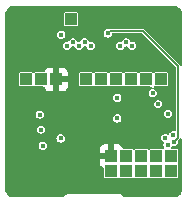
<source format=gbr>
%TF.GenerationSoftware,KiCad,Pcbnew,7.0.9-7.0.9~ubuntu22.04.1*%
%TF.CreationDate,2023-12-31T12:33:58+00:00*%
%TF.ProjectId,COM_MOD,434f4d5f-4d4f-4442-9e6b-696361645f70,1.0*%
%TF.SameCoordinates,Original*%
%TF.FileFunction,Copper,L3,Inr*%
%TF.FilePolarity,Positive*%
%FSLAX46Y46*%
G04 Gerber Fmt 4.6, Leading zero omitted, Abs format (unit mm)*
G04 Created by KiCad (PCBNEW 7.0.9-7.0.9~ubuntu22.04.1) date 2023-12-31 12:33:58*
%MOMM*%
%LPD*%
G01*
G04 APERTURE LIST*
%TA.AperFunction,ComponentPad*%
%ADD10R,1.000000X1.000000*%
%TD*%
%TA.AperFunction,ViaPad*%
%ADD11C,0.400000*%
%TD*%
%TA.AperFunction,Conductor*%
%ADD12C,0.127000*%
%TD*%
G04 APERTURE END LIST*
D10*
%TO.N,/I2C_SDA*%
%TO.C,J17*%
X36575000Y-37770000D03*
%TD*%
%TO.N,/MISO*%
%TO.C,J5*%
X29365001Y-30000000D03*
%TD*%
%TO.N,/AUX3*%
%TO.C,J3*%
X28095001Y-24920000D03*
%TD*%
%TO.N,/AUX1*%
%TO.C,J19*%
X24285001Y-30000000D03*
%TD*%
%TO.N,GND*%
%TO.C,J23*%
X31495000Y-36500000D03*
%TD*%
%TO.N,/AUX2*%
%TO.C,J20*%
X35715001Y-30000000D03*
%TD*%
%TO.N,GND*%
%TO.C,J2*%
X26825001Y-30000000D03*
%TD*%
%TO.N,/SWDIO{slash}MISO_ARM*%
%TO.C,J12*%
X35305000Y-36500000D03*
%TD*%
%TO.N,/CSB*%
%TO.C,J8*%
X33175001Y-30000000D03*
%TD*%
%TO.N,+3.3V*%
%TO.C,J1*%
X25555001Y-30000000D03*
%TD*%
%TO.N,/SPICS_ARM*%
%TO.C,J15*%
X34035000Y-37770000D03*
%TD*%
%TO.N,/SCLK_ARM*%
%TO.C,J14*%
X32765000Y-36500000D03*
%TD*%
%TO.N,/AIN0*%
%TO.C,J18*%
X31495000Y-37770000D03*
%TD*%
%TO.N,/MOSI_ARM*%
%TO.C,J13*%
X34035001Y-36500000D03*
%TD*%
%TO.N,/SCLK*%
%TO.C,J7*%
X31905001Y-30000000D03*
%TD*%
%TO.N,/GPIO*%
%TO.C,J21*%
X32765000Y-37770000D03*
%TD*%
%TO.N,/i2C_SCL*%
%TO.C,J16*%
X35305000Y-37770000D03*
%TD*%
%TO.N,/IO1_out*%
%TO.C,J11*%
X36575000Y-36500000D03*
%TD*%
%TO.N,/MOSI*%
%TO.C,J6*%
X30635001Y-30000000D03*
%TD*%
%TO.N,/extRef*%
%TO.C,J9*%
X34445001Y-30000000D03*
%TD*%
D11*
%TO.N,GND*%
X30700000Y-34000000D03*
X31200000Y-33700000D03*
X23100000Y-31200000D03*
X27200000Y-33400000D03*
X25300000Y-38200000D03*
X33750000Y-33350000D03*
X35350000Y-24750000D03*
X36550000Y-26450000D03*
X29250000Y-34250000D03*
X27200000Y-32600000D03*
X30000000Y-33750000D03*
X30700000Y-33400000D03*
X35350000Y-26450000D03*
X25462500Y-31362500D03*
X30700000Y-32800000D03*
X27200000Y-34100000D03*
X34450000Y-34100000D03*
X34450000Y-33350000D03*
X24650000Y-26450000D03*
X35940001Y-25600000D03*
X23450000Y-26450000D03*
X36550000Y-24750000D03*
X33750000Y-34100000D03*
X24650000Y-24750000D03*
X24060001Y-25600000D03*
X27600000Y-38400000D03*
X23450000Y-24750000D03*
%TO.N,/addr_bus_0*%
X27750000Y-27150000D03*
%TO.N,/addr_bus_1*%
X28250000Y-26850000D03*
%TO.N,/addr_bus_2*%
X28750000Y-27150000D03*
%TO.N,/addr_bus_3*%
X29250000Y-26850000D03*
%TO.N,/addr_bus_4*%
X29750000Y-27150000D03*
%TO.N,/i2C_SCL*%
X33250000Y-27150000D03*
X36290000Y-32910000D03*
%TO.N,/I2C_SDA*%
X32750000Y-26850000D03*
%TO.N,/IO1_in*%
X35000000Y-31150000D03*
%TO.N,/IO2*%
X32250000Y-27150000D03*
%TO.N,/AUX3*%
X27250000Y-26200000D03*
%TO.N,/LED_IN*%
X35450001Y-32085000D03*
%TO.N,+3.3V*%
X32000000Y-31550000D03*
%TO.N,/addr_mod_0*%
X25440000Y-32970000D03*
X36730000Y-34730000D03*
%TO.N,/addr_mod_1*%
X25540000Y-34240000D03*
X36050000Y-34950000D03*
%TO.N,/addr_mod_2*%
X25700000Y-35600000D03*
X36260000Y-35530000D03*
%TO.N,/addr_mod_3*%
X27200000Y-35000000D03*
X32000000Y-33300000D03*
%TO.N,/IO1_out*%
X36800000Y-35290000D03*
X31200000Y-26100000D03*
%TD*%
D12*
%TO.N,/IO1_out*%
X34150000Y-25900000D02*
X31400000Y-25900000D01*
X37143500Y-34946500D02*
X37143500Y-28893500D01*
X36800000Y-35290000D02*
X37143500Y-34946500D01*
X31400000Y-25900000D02*
X31200000Y-26100000D01*
X37143500Y-28893500D02*
X34150000Y-25900000D01*
%TD*%
%TA.AperFunction,Conductor*%
%TO.N,GND*%
G36*
X36753033Y-23760798D02*
G01*
X36800080Y-23765431D01*
X36882119Y-23773511D01*
X36905947Y-23778250D01*
X37021314Y-23813246D01*
X37043763Y-23822546D01*
X37050325Y-23826053D01*
X37150075Y-23879371D01*
X37170286Y-23892876D01*
X37263465Y-23969346D01*
X37280653Y-23986534D01*
X37357123Y-24079713D01*
X37370628Y-24099924D01*
X37427452Y-24206233D01*
X37436754Y-24228689D01*
X37468928Y-24334752D01*
X37471747Y-24344043D01*
X37476489Y-24367886D01*
X37489201Y-24496965D01*
X37489500Y-24503045D01*
X37489500Y-28722348D01*
X37469815Y-28789387D01*
X37417011Y-28835142D01*
X37347853Y-28845086D01*
X37284297Y-28816061D01*
X37277818Y-28810029D01*
X37216149Y-28748359D01*
X37216142Y-28748353D01*
X34229715Y-25761926D01*
X34229713Y-25761925D01*
X34225207Y-25760718D01*
X34195304Y-25748331D01*
X34193481Y-25747279D01*
X34191264Y-25745999D01*
X34094303Y-25745999D01*
X34094295Y-25746000D01*
X31358735Y-25746000D01*
X31342970Y-25750224D01*
X31342445Y-25748266D01*
X31295855Y-25759563D01*
X31282376Y-25758177D01*
X31200003Y-25745131D01*
X31199998Y-25745131D01*
X31090341Y-25762498D01*
X30991414Y-25812904D01*
X30991407Y-25812909D01*
X30912909Y-25891407D01*
X30912904Y-25891414D01*
X30862498Y-25990341D01*
X30845131Y-26099997D01*
X30845131Y-26100002D01*
X30862498Y-26209658D01*
X30912904Y-26308585D01*
X30912909Y-26308592D01*
X30991407Y-26387090D01*
X30991410Y-26387092D01*
X30991413Y-26387095D01*
X31033590Y-26408585D01*
X31090341Y-26437501D01*
X31199998Y-26454869D01*
X31200000Y-26454869D01*
X31200002Y-26454869D01*
X31309658Y-26437501D01*
X31309659Y-26437500D01*
X31309661Y-26437500D01*
X31408587Y-26387095D01*
X31487095Y-26308587D01*
X31537500Y-26209661D01*
X31540763Y-26189056D01*
X31545588Y-26158601D01*
X31575518Y-26095467D01*
X31634829Y-26058536D01*
X31668061Y-26054000D01*
X34034849Y-26054000D01*
X34101888Y-26073685D01*
X34122530Y-26090319D01*
X36953181Y-28920970D01*
X36986666Y-28982293D01*
X36989500Y-29008651D01*
X36989500Y-34271046D01*
X36969815Y-34338085D01*
X36917011Y-34383840D01*
X36847853Y-34393784D01*
X36846103Y-34393519D01*
X36730003Y-34375131D01*
X36729998Y-34375131D01*
X36620341Y-34392498D01*
X36521414Y-34442904D01*
X36521407Y-34442909D01*
X36442909Y-34521407D01*
X36442906Y-34521412D01*
X36442905Y-34521413D01*
X36414327Y-34577501D01*
X36403976Y-34597816D01*
X36356001Y-34648612D01*
X36288180Y-34665407D01*
X36237197Y-34652006D01*
X36159658Y-34612498D01*
X36050002Y-34595131D01*
X36049998Y-34595131D01*
X35940341Y-34612498D01*
X35841414Y-34662904D01*
X35841407Y-34662909D01*
X35762909Y-34741407D01*
X35762904Y-34741414D01*
X35712498Y-34840341D01*
X35695131Y-34949997D01*
X35695131Y-34950002D01*
X35712498Y-35059658D01*
X35762904Y-35158585D01*
X35762909Y-35158592D01*
X35841407Y-35237090D01*
X35841410Y-35237092D01*
X35841413Y-35237095D01*
X35857185Y-35245131D01*
X35869427Y-35251369D01*
X35920222Y-35299343D01*
X35937017Y-35367164D01*
X35925482Y-35411052D01*
X35925514Y-35411063D01*
X35925337Y-35411604D01*
X35923621Y-35418138D01*
X35922499Y-35420339D01*
X35922499Y-35420340D01*
X35905131Y-35529997D01*
X35905131Y-35530002D01*
X35922498Y-35639658D01*
X35971679Y-35736181D01*
X35984575Y-35804850D01*
X35958298Y-35869590D01*
X35901192Y-35909847D01*
X35837004Y-35914093D01*
X35815657Y-35909847D01*
X35813913Y-35909500D01*
X35813912Y-35909500D01*
X34796091Y-35909500D01*
X34769688Y-35914751D01*
X34738889Y-35935330D01*
X34672211Y-35956206D01*
X34604831Y-35937720D01*
X34601111Y-35935329D01*
X34570312Y-35914750D01*
X34543916Y-35909500D01*
X33526092Y-35909500D01*
X33499688Y-35914751D01*
X33499683Y-35914753D01*
X33468887Y-35935330D01*
X33402209Y-35956206D01*
X33334830Y-35937719D01*
X33331112Y-35935330D01*
X33300310Y-35914750D01*
X33300311Y-35914750D01*
X33273915Y-35909500D01*
X32580988Y-35909500D01*
X32513949Y-35889815D01*
X32468194Y-35837011D01*
X32464806Y-35828834D01*
X32438353Y-35757911D01*
X32438350Y-35757906D01*
X32352190Y-35642812D01*
X32352187Y-35642809D01*
X32237093Y-35556649D01*
X32237086Y-35556645D01*
X32102379Y-35506403D01*
X32102372Y-35506401D01*
X32042844Y-35500000D01*
X31745000Y-35500000D01*
X31745000Y-36292327D01*
X31707129Y-36247195D01*
X31607871Y-36189888D01*
X31523436Y-36175000D01*
X31466564Y-36175000D01*
X31382129Y-36189888D01*
X31282871Y-36247195D01*
X31209199Y-36334993D01*
X31170000Y-36442694D01*
X31170000Y-36557306D01*
X31209199Y-36665007D01*
X31280517Y-36750000D01*
X30495000Y-36750000D01*
X30495000Y-37047844D01*
X30501401Y-37107372D01*
X30501403Y-37107379D01*
X30551645Y-37242086D01*
X30551649Y-37242093D01*
X30637809Y-37357187D01*
X30637812Y-37357190D01*
X30752906Y-37443350D01*
X30752915Y-37443355D01*
X30823832Y-37469805D01*
X30879766Y-37511675D01*
X30904184Y-37577140D01*
X30904500Y-37585987D01*
X30904500Y-38278908D01*
X30909751Y-38305312D01*
X30909752Y-38305314D01*
X30929752Y-38335247D01*
X30959688Y-38355249D01*
X30968407Y-38356983D01*
X30986087Y-38360500D01*
X32003912Y-38360499D01*
X32030311Y-38355249D01*
X32060247Y-38335247D01*
X32060247Y-38335246D01*
X32061110Y-38334670D01*
X32127787Y-38313793D01*
X32195167Y-38332278D01*
X32198890Y-38334670D01*
X32199752Y-38335246D01*
X32199753Y-38335247D01*
X32229689Y-38355249D01*
X32256087Y-38360500D01*
X33273912Y-38360499D01*
X33300311Y-38355249D01*
X33330247Y-38335247D01*
X33330247Y-38335246D01*
X33331110Y-38334670D01*
X33397787Y-38313793D01*
X33465167Y-38332278D01*
X33468890Y-38334670D01*
X33469752Y-38335246D01*
X33469753Y-38335247D01*
X33499689Y-38355249D01*
X33526087Y-38360500D01*
X34543912Y-38360499D01*
X34570311Y-38355249D01*
X34600247Y-38335247D01*
X34600247Y-38335246D01*
X34601110Y-38334670D01*
X34667787Y-38313793D01*
X34735167Y-38332278D01*
X34738890Y-38334670D01*
X34739752Y-38335246D01*
X34739753Y-38335247D01*
X34769689Y-38355249D01*
X34796087Y-38360500D01*
X35813912Y-38360499D01*
X35840311Y-38355249D01*
X35870247Y-38335247D01*
X35870247Y-38335246D01*
X35871110Y-38334670D01*
X35937787Y-38313793D01*
X36005167Y-38332278D01*
X36008890Y-38334670D01*
X36009752Y-38335246D01*
X36009753Y-38335247D01*
X36039689Y-38355249D01*
X36066087Y-38360500D01*
X37083912Y-38360499D01*
X37110311Y-38355249D01*
X37140247Y-38335247D01*
X37160249Y-38305311D01*
X37165500Y-38278913D01*
X37165499Y-37261088D01*
X37160249Y-37234689D01*
X37160248Y-37234687D01*
X37160247Y-37234685D01*
X37139670Y-37203888D01*
X37118793Y-37137210D01*
X37137279Y-37069830D01*
X37139671Y-37066108D01*
X37140245Y-37065247D01*
X37140247Y-37065247D01*
X37160249Y-37035311D01*
X37165500Y-37008913D01*
X37165499Y-35991088D01*
X37160249Y-35964689D01*
X37160248Y-35964687D01*
X37160247Y-35964685D01*
X37140247Y-35934752D01*
X37110311Y-35914750D01*
X37083915Y-35909500D01*
X36662359Y-35909500D01*
X36595320Y-35889815D01*
X36549565Y-35837011D01*
X36539621Y-35767853D01*
X36551871Y-35729211D01*
X36569267Y-35695069D01*
X36617239Y-35644277D01*
X36685060Y-35627482D01*
X36699142Y-35628894D01*
X36767100Y-35639658D01*
X36799999Y-35644869D01*
X36800000Y-35644869D01*
X36800002Y-35644869D01*
X36909658Y-35627501D01*
X36909659Y-35627500D01*
X36909661Y-35627500D01*
X37008587Y-35577095D01*
X37087095Y-35498587D01*
X37137500Y-35399661D01*
X37137500Y-35399659D01*
X37137501Y-35399658D01*
X37154869Y-35290002D01*
X37154869Y-35290000D01*
X37146489Y-35237095D01*
X37146009Y-35234063D01*
X37154963Y-35164772D01*
X37180798Y-35126988D01*
X37205774Y-35102013D01*
X37205777Y-35102011D01*
X37223215Y-35084573D01*
X37223216Y-35084573D01*
X37277819Y-35029970D01*
X37339142Y-34996485D01*
X37408834Y-35001469D01*
X37464767Y-35043341D01*
X37489184Y-35108805D01*
X37489500Y-35117651D01*
X37489500Y-39246951D01*
X37489201Y-39253032D01*
X37476488Y-39382113D01*
X37471745Y-39405955D01*
X37436752Y-39521310D01*
X37427450Y-39543767D01*
X37370629Y-39650071D01*
X37357124Y-39670283D01*
X37280652Y-39763464D01*
X37263464Y-39780652D01*
X37170283Y-39857124D01*
X37150071Y-39870629D01*
X37043767Y-39927450D01*
X37021310Y-39936752D01*
X36905955Y-39971745D01*
X36882113Y-39976488D01*
X36753033Y-39989201D01*
X36746952Y-39989500D01*
X32610585Y-39989500D01*
X32543546Y-39969815D01*
X32497791Y-39917011D01*
X32492654Y-39903818D01*
X32485000Y-39880261D01*
X32456271Y-39840719D01*
X32436497Y-39813502D01*
X32369739Y-39765000D01*
X32291260Y-39739500D01*
X32291259Y-39739500D01*
X32252088Y-39739500D01*
X27753412Y-39739500D01*
X27750000Y-39739500D01*
X27708741Y-39739500D01*
X27708739Y-39739500D01*
X27630260Y-39765000D01*
X27563502Y-39813502D01*
X27515000Y-39880260D01*
X27507346Y-39903818D01*
X27467909Y-39961493D01*
X27403550Y-39988692D01*
X27389415Y-39989500D01*
X23253048Y-39989500D01*
X23246967Y-39989201D01*
X23117886Y-39976488D01*
X23094044Y-39971745D01*
X22978689Y-39936752D01*
X22956232Y-39927450D01*
X22849928Y-39870629D01*
X22829716Y-39857124D01*
X22736535Y-39780652D01*
X22719347Y-39763464D01*
X22642875Y-39670283D01*
X22629370Y-39650071D01*
X22572549Y-39543767D01*
X22563247Y-39521310D01*
X22528254Y-39405955D01*
X22523512Y-39382118D01*
X22510800Y-39253041D01*
X22510501Y-39246961D01*
X22510501Y-36250000D01*
X30495000Y-36250000D01*
X31245000Y-36250000D01*
X31245000Y-35500000D01*
X30947155Y-35500000D01*
X30887627Y-35506401D01*
X30887620Y-35506403D01*
X30752913Y-35556645D01*
X30752906Y-35556649D01*
X30637812Y-35642809D01*
X30637809Y-35642812D01*
X30551649Y-35757906D01*
X30551645Y-35757913D01*
X30501403Y-35892620D01*
X30501401Y-35892627D01*
X30495000Y-35952155D01*
X30495000Y-36250000D01*
X22510501Y-36250000D01*
X22510501Y-35600002D01*
X25345131Y-35600002D01*
X25362498Y-35709658D01*
X25412904Y-35808585D01*
X25412909Y-35808592D01*
X25491407Y-35887090D01*
X25491410Y-35887092D01*
X25491413Y-35887095D01*
X25584946Y-35934752D01*
X25590341Y-35937501D01*
X25699998Y-35954869D01*
X25700000Y-35954869D01*
X25700002Y-35954869D01*
X25809658Y-35937501D01*
X25809659Y-35937500D01*
X25809661Y-35937500D01*
X25908587Y-35887095D01*
X25987095Y-35808587D01*
X26037500Y-35709661D01*
X26037500Y-35709659D01*
X26037501Y-35709658D01*
X26054869Y-35600002D01*
X26054869Y-35599997D01*
X26037501Y-35490341D01*
X26000712Y-35418138D01*
X25987095Y-35391413D01*
X25987092Y-35391410D01*
X25987090Y-35391407D01*
X25908592Y-35312909D01*
X25908588Y-35312906D01*
X25908587Y-35312905D01*
X25863637Y-35290002D01*
X25809658Y-35262498D01*
X25700002Y-35245131D01*
X25699998Y-35245131D01*
X25590341Y-35262498D01*
X25491414Y-35312904D01*
X25491407Y-35312909D01*
X25412909Y-35391407D01*
X25412904Y-35391414D01*
X25362498Y-35490341D01*
X25345131Y-35599997D01*
X25345131Y-35600002D01*
X22510501Y-35600002D01*
X22510501Y-35000002D01*
X26845131Y-35000002D01*
X26862498Y-35109658D01*
X26912904Y-35208585D01*
X26912909Y-35208592D01*
X26991407Y-35287090D01*
X26991410Y-35287092D01*
X26991413Y-35287095D01*
X27090339Y-35337500D01*
X27090341Y-35337501D01*
X27199998Y-35354869D01*
X27200000Y-35354869D01*
X27200002Y-35354869D01*
X27309658Y-35337501D01*
X27309659Y-35337500D01*
X27309661Y-35337500D01*
X27408587Y-35287095D01*
X27487095Y-35208587D01*
X27537500Y-35109661D01*
X27537500Y-35109659D01*
X27537501Y-35109658D01*
X27554869Y-35000002D01*
X27554869Y-34999997D01*
X27537501Y-34890341D01*
X27511678Y-34839661D01*
X27487095Y-34791413D01*
X27487092Y-34791410D01*
X27487090Y-34791407D01*
X27408592Y-34712909D01*
X27408588Y-34712906D01*
X27408587Y-34712905D01*
X27404743Y-34710946D01*
X27309658Y-34662498D01*
X27200002Y-34645131D01*
X27199998Y-34645131D01*
X27090341Y-34662498D01*
X26991414Y-34712904D01*
X26991407Y-34712909D01*
X26912909Y-34791407D01*
X26912904Y-34791414D01*
X26862498Y-34890341D01*
X26845131Y-34999997D01*
X26845131Y-35000002D01*
X22510501Y-35000002D01*
X22510501Y-34240002D01*
X25185131Y-34240002D01*
X25202498Y-34349658D01*
X25252904Y-34448585D01*
X25252909Y-34448592D01*
X25331407Y-34527090D01*
X25331410Y-34527092D01*
X25331413Y-34527095D01*
X25430339Y-34577500D01*
X25430341Y-34577501D01*
X25539998Y-34594869D01*
X25540000Y-34594869D01*
X25540002Y-34594869D01*
X25649658Y-34577501D01*
X25649659Y-34577500D01*
X25649661Y-34577500D01*
X25748587Y-34527095D01*
X25827095Y-34448587D01*
X25877500Y-34349661D01*
X25877500Y-34349659D01*
X25877501Y-34349658D01*
X25894869Y-34240002D01*
X25894869Y-34239997D01*
X25877501Y-34130341D01*
X25877500Y-34130339D01*
X25827095Y-34031413D01*
X25827092Y-34031410D01*
X25827090Y-34031407D01*
X25748592Y-33952909D01*
X25748588Y-33952906D01*
X25748587Y-33952905D01*
X25744743Y-33950946D01*
X25649658Y-33902498D01*
X25540002Y-33885131D01*
X25539998Y-33885131D01*
X25430341Y-33902498D01*
X25331414Y-33952904D01*
X25331407Y-33952909D01*
X25252909Y-34031407D01*
X25252904Y-34031414D01*
X25202498Y-34130341D01*
X25185131Y-34239997D01*
X25185131Y-34240002D01*
X22510501Y-34240002D01*
X22510501Y-32970002D01*
X25085131Y-32970002D01*
X25102498Y-33079658D01*
X25152904Y-33178585D01*
X25152909Y-33178592D01*
X25231407Y-33257090D01*
X25231410Y-33257092D01*
X25231413Y-33257095D01*
X25315623Y-33300002D01*
X25330341Y-33307501D01*
X25439998Y-33324869D01*
X25440000Y-33324869D01*
X25440002Y-33324869D01*
X25549658Y-33307501D01*
X25549659Y-33307500D01*
X25549661Y-33307500D01*
X25564377Y-33300002D01*
X31645131Y-33300002D01*
X31662498Y-33409658D01*
X31712904Y-33508585D01*
X31712909Y-33508592D01*
X31791407Y-33587090D01*
X31791410Y-33587092D01*
X31791413Y-33587095D01*
X31890339Y-33637500D01*
X31890341Y-33637501D01*
X31999998Y-33654869D01*
X32000000Y-33654869D01*
X32000002Y-33654869D01*
X32109658Y-33637501D01*
X32109659Y-33637500D01*
X32109661Y-33637500D01*
X32208587Y-33587095D01*
X32287095Y-33508587D01*
X32337500Y-33409661D01*
X32337500Y-33409659D01*
X32337501Y-33409658D01*
X32354869Y-33300002D01*
X32354869Y-33299997D01*
X32337501Y-33190341D01*
X32300943Y-33118592D01*
X32287095Y-33091413D01*
X32287092Y-33091410D01*
X32287090Y-33091407D01*
X32208592Y-33012909D01*
X32208588Y-33012906D01*
X32208587Y-33012905D01*
X32124381Y-32970000D01*
X32109658Y-32962498D01*
X32000002Y-32945131D01*
X31999998Y-32945131D01*
X31890341Y-32962498D01*
X31791414Y-33012904D01*
X31791407Y-33012909D01*
X31712909Y-33091407D01*
X31712904Y-33091414D01*
X31662498Y-33190341D01*
X31645131Y-33299997D01*
X31645131Y-33300002D01*
X25564377Y-33300002D01*
X25648587Y-33257095D01*
X25727095Y-33178587D01*
X25777500Y-33079661D01*
X25777500Y-33079659D01*
X25777501Y-33079658D01*
X25794869Y-32970002D01*
X25794869Y-32969997D01*
X25785367Y-32910002D01*
X35935131Y-32910002D01*
X35952498Y-33019658D01*
X36002904Y-33118585D01*
X36002909Y-33118592D01*
X36081407Y-33197090D01*
X36081410Y-33197092D01*
X36081413Y-33197095D01*
X36180339Y-33247500D01*
X36180341Y-33247501D01*
X36289998Y-33264869D01*
X36290000Y-33264869D01*
X36290002Y-33264869D01*
X36399658Y-33247501D01*
X36399659Y-33247500D01*
X36399661Y-33247500D01*
X36498587Y-33197095D01*
X36577095Y-33118587D01*
X36627500Y-33019661D01*
X36627500Y-33019659D01*
X36627501Y-33019658D01*
X36644869Y-32910002D01*
X36644869Y-32909997D01*
X36627501Y-32800341D01*
X36607663Y-32761407D01*
X36577095Y-32701413D01*
X36577092Y-32701410D01*
X36577090Y-32701407D01*
X36498592Y-32622909D01*
X36498588Y-32622906D01*
X36498587Y-32622905D01*
X36483330Y-32615131D01*
X36399658Y-32572498D01*
X36290002Y-32555131D01*
X36289998Y-32555131D01*
X36180341Y-32572498D01*
X36081414Y-32622904D01*
X36081407Y-32622909D01*
X36002909Y-32701407D01*
X36002904Y-32701414D01*
X35952498Y-32800341D01*
X35935131Y-32909997D01*
X35935131Y-32910002D01*
X25785367Y-32910002D01*
X25777501Y-32860341D01*
X25777500Y-32860339D01*
X25727095Y-32761413D01*
X25727092Y-32761410D01*
X25727090Y-32761407D01*
X25648592Y-32682909D01*
X25648588Y-32682906D01*
X25648587Y-32682905D01*
X25644743Y-32680946D01*
X25549658Y-32632498D01*
X25440002Y-32615131D01*
X25439998Y-32615131D01*
X25330341Y-32632498D01*
X25231414Y-32682904D01*
X25231407Y-32682909D01*
X25152909Y-32761407D01*
X25152904Y-32761414D01*
X25102498Y-32860341D01*
X25085131Y-32969997D01*
X25085131Y-32970002D01*
X22510501Y-32970002D01*
X22510501Y-32085002D01*
X35095132Y-32085002D01*
X35112499Y-32194658D01*
X35162905Y-32293585D01*
X35162910Y-32293592D01*
X35241408Y-32372090D01*
X35241411Y-32372092D01*
X35241414Y-32372095D01*
X35340340Y-32422500D01*
X35340342Y-32422501D01*
X35449999Y-32439869D01*
X35450001Y-32439869D01*
X35450003Y-32439869D01*
X35559659Y-32422501D01*
X35559660Y-32422500D01*
X35559662Y-32422500D01*
X35658588Y-32372095D01*
X35737096Y-32293587D01*
X35787501Y-32194661D01*
X35787501Y-32194659D01*
X35787502Y-32194658D01*
X35804870Y-32085002D01*
X35804870Y-32084997D01*
X35787502Y-31975341D01*
X35751595Y-31904869D01*
X35737096Y-31876413D01*
X35737093Y-31876410D01*
X35737091Y-31876407D01*
X35658593Y-31797909D01*
X35658589Y-31797906D01*
X35658588Y-31797905D01*
X35654744Y-31795946D01*
X35559659Y-31747498D01*
X35450003Y-31730131D01*
X35449999Y-31730131D01*
X35340342Y-31747498D01*
X35241415Y-31797904D01*
X35241408Y-31797909D01*
X35162910Y-31876407D01*
X35162905Y-31876414D01*
X35112499Y-31975341D01*
X35095132Y-32084997D01*
X35095132Y-32085002D01*
X22510501Y-32085002D01*
X22510501Y-31550002D01*
X31645131Y-31550002D01*
X31662498Y-31659658D01*
X31712904Y-31758585D01*
X31712909Y-31758592D01*
X31791407Y-31837090D01*
X31791410Y-31837092D01*
X31791413Y-31837095D01*
X31890339Y-31887500D01*
X31890341Y-31887501D01*
X31999998Y-31904869D01*
X32000000Y-31904869D01*
X32000002Y-31904869D01*
X32109658Y-31887501D01*
X32109659Y-31887500D01*
X32109661Y-31887500D01*
X32208587Y-31837095D01*
X32287095Y-31758587D01*
X32337500Y-31659661D01*
X32337500Y-31659659D01*
X32337501Y-31659658D01*
X32354869Y-31550002D01*
X32354869Y-31549997D01*
X32337501Y-31440341D01*
X32295848Y-31358592D01*
X32287095Y-31341413D01*
X32287092Y-31341410D01*
X32287090Y-31341407D01*
X32208592Y-31262909D01*
X32208588Y-31262906D01*
X32208587Y-31262905D01*
X32202214Y-31259658D01*
X32109658Y-31212498D01*
X32000002Y-31195131D01*
X31999998Y-31195131D01*
X31890341Y-31212498D01*
X31791414Y-31262904D01*
X31791407Y-31262909D01*
X31712909Y-31341407D01*
X31712904Y-31341414D01*
X31662498Y-31440341D01*
X31645131Y-31549997D01*
X31645131Y-31550002D01*
X22510501Y-31550002D01*
X22510501Y-30508908D01*
X23694501Y-30508908D01*
X23699752Y-30535312D01*
X23699753Y-30535314D01*
X23719753Y-30565247D01*
X23749689Y-30585249D01*
X23758408Y-30586983D01*
X23776088Y-30590500D01*
X24793913Y-30590499D01*
X24820312Y-30585249D01*
X24850248Y-30565247D01*
X24850248Y-30565246D01*
X24851111Y-30564670D01*
X24917788Y-30543793D01*
X24985168Y-30562278D01*
X24988891Y-30564670D01*
X24989753Y-30565246D01*
X24989754Y-30565247D01*
X25019690Y-30585249D01*
X25046088Y-30590500D01*
X25739014Y-30590499D01*
X25806052Y-30610183D01*
X25851807Y-30662987D01*
X25855195Y-30671166D01*
X25881646Y-30742086D01*
X25881650Y-30742093D01*
X25967810Y-30857187D01*
X25967813Y-30857190D01*
X26082907Y-30943350D01*
X26082914Y-30943354D01*
X26217621Y-30993596D01*
X26217628Y-30993598D01*
X26277156Y-30999999D01*
X26277173Y-31000000D01*
X26575001Y-31000000D01*
X26575001Y-30207672D01*
X26612872Y-30252805D01*
X26712130Y-30310112D01*
X26796565Y-30325000D01*
X26853437Y-30325000D01*
X26937872Y-30310112D01*
X27037130Y-30252805D01*
X27039484Y-30250000D01*
X27075001Y-30250000D01*
X27075001Y-31000000D01*
X27372829Y-31000000D01*
X27372845Y-30999999D01*
X27432373Y-30993598D01*
X27432380Y-30993596D01*
X27567087Y-30943354D01*
X27567094Y-30943350D01*
X27682188Y-30857190D01*
X27682191Y-30857187D01*
X27768351Y-30742093D01*
X27768355Y-30742086D01*
X27818597Y-30607379D01*
X27818599Y-30607372D01*
X27825000Y-30547844D01*
X27825001Y-30547827D01*
X27825001Y-30508908D01*
X28774501Y-30508908D01*
X28779752Y-30535312D01*
X28779753Y-30535314D01*
X28799753Y-30565247D01*
X28829689Y-30585249D01*
X28838408Y-30586983D01*
X28856088Y-30590500D01*
X29873913Y-30590499D01*
X29900312Y-30585249D01*
X29930248Y-30565247D01*
X29930248Y-30565246D01*
X29931111Y-30564670D01*
X29997788Y-30543793D01*
X30065168Y-30562278D01*
X30068891Y-30564670D01*
X30069753Y-30565246D01*
X30069754Y-30565247D01*
X30099690Y-30585249D01*
X30126088Y-30590500D01*
X31143913Y-30590499D01*
X31170312Y-30585249D01*
X31200248Y-30565247D01*
X31200248Y-30565246D01*
X31201111Y-30564670D01*
X31267788Y-30543793D01*
X31335168Y-30562278D01*
X31338891Y-30564670D01*
X31339753Y-30565246D01*
X31339754Y-30565247D01*
X31369690Y-30585249D01*
X31396088Y-30590500D01*
X32413913Y-30590499D01*
X32440312Y-30585249D01*
X32470248Y-30565247D01*
X32470248Y-30565246D01*
X32471111Y-30564670D01*
X32537788Y-30543793D01*
X32605168Y-30562278D01*
X32608891Y-30564670D01*
X32609753Y-30565246D01*
X32609754Y-30565247D01*
X32639690Y-30585249D01*
X32666088Y-30590500D01*
X33683913Y-30590499D01*
X33710312Y-30585249D01*
X33740248Y-30565247D01*
X33740248Y-30565246D01*
X33741111Y-30564670D01*
X33807788Y-30543793D01*
X33875168Y-30562278D01*
X33878891Y-30564670D01*
X33879753Y-30565246D01*
X33879754Y-30565247D01*
X33909690Y-30585249D01*
X33936088Y-30590500D01*
X34809543Y-30590499D01*
X34876582Y-30610183D01*
X34922337Y-30662987D01*
X34932281Y-30732146D01*
X34903256Y-30795702D01*
X34865838Y-30824983D01*
X34791413Y-30862905D01*
X34791412Y-30862906D01*
X34791407Y-30862909D01*
X34712909Y-30941407D01*
X34712904Y-30941414D01*
X34662498Y-31040341D01*
X34645131Y-31149997D01*
X34645131Y-31150002D01*
X34662498Y-31259658D01*
X34712904Y-31358585D01*
X34712909Y-31358592D01*
X34791407Y-31437090D01*
X34791410Y-31437092D01*
X34791413Y-31437095D01*
X34890339Y-31487500D01*
X34890341Y-31487501D01*
X34999998Y-31504869D01*
X35000000Y-31504869D01*
X35000002Y-31504869D01*
X35109658Y-31487501D01*
X35109659Y-31487500D01*
X35109661Y-31487500D01*
X35208587Y-31437095D01*
X35287095Y-31358587D01*
X35337500Y-31259661D01*
X35337500Y-31259659D01*
X35337501Y-31259658D01*
X35354869Y-31150002D01*
X35354869Y-31149997D01*
X35337501Y-31040341D01*
X35313683Y-30993596D01*
X35287095Y-30941413D01*
X35287092Y-30941410D01*
X35287090Y-30941407D01*
X35208592Y-30862909D01*
X35208588Y-30862906D01*
X35208587Y-30862905D01*
X35131875Y-30823819D01*
X35081081Y-30775845D01*
X35064286Y-30708025D01*
X35086823Y-30641890D01*
X35141538Y-30598438D01*
X35200331Y-30589933D01*
X35206080Y-30590498D01*
X35206088Y-30590500D01*
X36223913Y-30590499D01*
X36250312Y-30585249D01*
X36280248Y-30565247D01*
X36300250Y-30535311D01*
X36305501Y-30508913D01*
X36305500Y-29491088D01*
X36300250Y-29464689D01*
X36300249Y-29464687D01*
X36300248Y-29464685D01*
X36280248Y-29434752D01*
X36250312Y-29414750D01*
X36223916Y-29409500D01*
X35206092Y-29409500D01*
X35179688Y-29414751D01*
X35179683Y-29414753D01*
X35148887Y-29435330D01*
X35082209Y-29456206D01*
X35014830Y-29437719D01*
X35011111Y-29435329D01*
X34980312Y-29414750D01*
X34953916Y-29409500D01*
X33936092Y-29409500D01*
X33909688Y-29414751D01*
X33909683Y-29414753D01*
X33878887Y-29435330D01*
X33812209Y-29456206D01*
X33744830Y-29437719D01*
X33741111Y-29435329D01*
X33710312Y-29414750D01*
X33683916Y-29409500D01*
X32666092Y-29409500D01*
X32639688Y-29414751D01*
X32639683Y-29414753D01*
X32608887Y-29435330D01*
X32542209Y-29456206D01*
X32474830Y-29437719D01*
X32471111Y-29435329D01*
X32440312Y-29414750D01*
X32413916Y-29409500D01*
X31396092Y-29409500D01*
X31369688Y-29414751D01*
X31369683Y-29414753D01*
X31338887Y-29435330D01*
X31272209Y-29456206D01*
X31204830Y-29437719D01*
X31201111Y-29435329D01*
X31170312Y-29414750D01*
X31143916Y-29409500D01*
X30126092Y-29409500D01*
X30099688Y-29414751D01*
X30099683Y-29414753D01*
X30068887Y-29435330D01*
X30002209Y-29456206D01*
X29934830Y-29437719D01*
X29931111Y-29435329D01*
X29900312Y-29414750D01*
X29873916Y-29409500D01*
X28856092Y-29409500D01*
X28829688Y-29414751D01*
X28829686Y-29414752D01*
X28799753Y-29434752D01*
X28779751Y-29464688D01*
X28774501Y-29491084D01*
X28774501Y-30508908D01*
X27825001Y-30508908D01*
X27825001Y-30250000D01*
X27075001Y-30250000D01*
X27039484Y-30250000D01*
X27110802Y-30165007D01*
X27150001Y-30057306D01*
X27150001Y-29942694D01*
X27110802Y-29834993D01*
X27037130Y-29747195D01*
X26937872Y-29689888D01*
X26853437Y-29675000D01*
X26796565Y-29675000D01*
X26712130Y-29689888D01*
X26612872Y-29747195D01*
X26575001Y-29792327D01*
X26575001Y-29000000D01*
X27075001Y-29000000D01*
X27075001Y-29750000D01*
X27825001Y-29750000D01*
X27825001Y-29452172D01*
X27825000Y-29452155D01*
X27818599Y-29392627D01*
X27818597Y-29392620D01*
X27768355Y-29257913D01*
X27768351Y-29257906D01*
X27682191Y-29142812D01*
X27682188Y-29142809D01*
X27567094Y-29056649D01*
X27567087Y-29056645D01*
X27432380Y-29006403D01*
X27432373Y-29006401D01*
X27372845Y-29000000D01*
X27075001Y-29000000D01*
X26575001Y-29000000D01*
X26277156Y-29000000D01*
X26217628Y-29006401D01*
X26217621Y-29006403D01*
X26082914Y-29056645D01*
X26082907Y-29056649D01*
X25967813Y-29142809D01*
X25967810Y-29142812D01*
X25881650Y-29257906D01*
X25881647Y-29257911D01*
X25855195Y-29328834D01*
X25813323Y-29384767D01*
X25747859Y-29409184D01*
X25739013Y-29409500D01*
X25046092Y-29409500D01*
X25019688Y-29414751D01*
X25019683Y-29414753D01*
X24988887Y-29435330D01*
X24922209Y-29456206D01*
X24854830Y-29437719D01*
X24851111Y-29435329D01*
X24820312Y-29414750D01*
X24793916Y-29409500D01*
X23776092Y-29409500D01*
X23749688Y-29414751D01*
X23749686Y-29414752D01*
X23719753Y-29434752D01*
X23699751Y-29464688D01*
X23694501Y-29491084D01*
X23694501Y-30508908D01*
X22510501Y-30508908D01*
X22510501Y-27150002D01*
X27395131Y-27150002D01*
X27412498Y-27259658D01*
X27460946Y-27354743D01*
X27462904Y-27358586D01*
X27462909Y-27358592D01*
X27541407Y-27437090D01*
X27541410Y-27437092D01*
X27541413Y-27437095D01*
X27640339Y-27487500D01*
X27640341Y-27487501D01*
X27749998Y-27504869D01*
X27750000Y-27504869D01*
X27750002Y-27504869D01*
X27859658Y-27487501D01*
X27859659Y-27487500D01*
X27859661Y-27487500D01*
X27958587Y-27437095D01*
X28037095Y-27358587D01*
X28084568Y-27265414D01*
X28132539Y-27214621D01*
X28200360Y-27197825D01*
X28214444Y-27199237D01*
X28250000Y-27204869D01*
X28285550Y-27199238D01*
X28354842Y-27208192D01*
X28408294Y-27253187D01*
X28415427Y-27265406D01*
X28462905Y-27358587D01*
X28462906Y-27358588D01*
X28462909Y-27358592D01*
X28541407Y-27437090D01*
X28541410Y-27437092D01*
X28541413Y-27437095D01*
X28640339Y-27487500D01*
X28640341Y-27487501D01*
X28749998Y-27504869D01*
X28750000Y-27504869D01*
X28750002Y-27504869D01*
X28859658Y-27487501D01*
X28859659Y-27487500D01*
X28859661Y-27487500D01*
X28958587Y-27437095D01*
X29037095Y-27358587D01*
X29084568Y-27265414D01*
X29132539Y-27214621D01*
X29200360Y-27197825D01*
X29214444Y-27199237D01*
X29250000Y-27204869D01*
X29285550Y-27199238D01*
X29354842Y-27208192D01*
X29408294Y-27253187D01*
X29415427Y-27265406D01*
X29462905Y-27358587D01*
X29462906Y-27358588D01*
X29462909Y-27358592D01*
X29541407Y-27437090D01*
X29541410Y-27437092D01*
X29541413Y-27437095D01*
X29640339Y-27487500D01*
X29640341Y-27487501D01*
X29749998Y-27504869D01*
X29750000Y-27504869D01*
X29750002Y-27504869D01*
X29859658Y-27487501D01*
X29859659Y-27487500D01*
X29859661Y-27487500D01*
X29958587Y-27437095D01*
X30037095Y-27358587D01*
X30087500Y-27259661D01*
X30087500Y-27259659D01*
X30087501Y-27259658D01*
X30104869Y-27150002D01*
X31895131Y-27150002D01*
X31912498Y-27259658D01*
X31960946Y-27354743D01*
X31962904Y-27358586D01*
X31962909Y-27358592D01*
X32041407Y-27437090D01*
X32041410Y-27437092D01*
X32041413Y-27437095D01*
X32140339Y-27487500D01*
X32140341Y-27487501D01*
X32249998Y-27504869D01*
X32250000Y-27504869D01*
X32250002Y-27504869D01*
X32359658Y-27487501D01*
X32359659Y-27487500D01*
X32359661Y-27487500D01*
X32458587Y-27437095D01*
X32537095Y-27358587D01*
X32584568Y-27265414D01*
X32632539Y-27214621D01*
X32700360Y-27197825D01*
X32714444Y-27199237D01*
X32750000Y-27204869D01*
X32785550Y-27199238D01*
X32854842Y-27208192D01*
X32908294Y-27253187D01*
X32915427Y-27265406D01*
X32962905Y-27358587D01*
X32962906Y-27358588D01*
X32962909Y-27358592D01*
X33041407Y-27437090D01*
X33041410Y-27437092D01*
X33041413Y-27437095D01*
X33140339Y-27487500D01*
X33140341Y-27487501D01*
X33249998Y-27504869D01*
X33250000Y-27504869D01*
X33250002Y-27504869D01*
X33359658Y-27487501D01*
X33359659Y-27487500D01*
X33359661Y-27487500D01*
X33458587Y-27437095D01*
X33537095Y-27358587D01*
X33587500Y-27259661D01*
X33587500Y-27259659D01*
X33587501Y-27259658D01*
X33604869Y-27150002D01*
X33604869Y-27149997D01*
X33587501Y-27040341D01*
X33587500Y-27040339D01*
X33537095Y-26941413D01*
X33537092Y-26941410D01*
X33537090Y-26941407D01*
X33458592Y-26862909D01*
X33458588Y-26862906D01*
X33458587Y-26862905D01*
X33454743Y-26860946D01*
X33359658Y-26812498D01*
X33250002Y-26795131D01*
X33250000Y-26795131D01*
X33214448Y-26800762D01*
X33145154Y-26791806D01*
X33091703Y-26746809D01*
X33084567Y-26734583D01*
X33037095Y-26641413D01*
X33037092Y-26641410D01*
X33037090Y-26641407D01*
X32958592Y-26562909D01*
X32958588Y-26562906D01*
X32958587Y-26562905D01*
X32908727Y-26537500D01*
X32859658Y-26512498D01*
X32750002Y-26495131D01*
X32749998Y-26495131D01*
X32640341Y-26512498D01*
X32541414Y-26562904D01*
X32541407Y-26562909D01*
X32462909Y-26641407D01*
X32462906Y-26641412D01*
X32462905Y-26641413D01*
X32415433Y-26734583D01*
X32367458Y-26785379D01*
X32299637Y-26802174D01*
X32285551Y-26800761D01*
X32250003Y-26795131D01*
X32249998Y-26795131D01*
X32140341Y-26812498D01*
X32041414Y-26862904D01*
X32041407Y-26862909D01*
X31962909Y-26941407D01*
X31962904Y-26941414D01*
X31912498Y-27040341D01*
X31895131Y-27149997D01*
X31895131Y-27150002D01*
X30104869Y-27150002D01*
X30104869Y-27149997D01*
X30087501Y-27040341D01*
X30087500Y-27040339D01*
X30037095Y-26941413D01*
X30037092Y-26941410D01*
X30037090Y-26941407D01*
X29958592Y-26862909D01*
X29958588Y-26862906D01*
X29958587Y-26862905D01*
X29954743Y-26860946D01*
X29859658Y-26812498D01*
X29750002Y-26795131D01*
X29750000Y-26795131D01*
X29714448Y-26800762D01*
X29645154Y-26791806D01*
X29591703Y-26746809D01*
X29584567Y-26734583D01*
X29537095Y-26641413D01*
X29537092Y-26641410D01*
X29537090Y-26641407D01*
X29458592Y-26562909D01*
X29458588Y-26562906D01*
X29458587Y-26562905D01*
X29408727Y-26537500D01*
X29359658Y-26512498D01*
X29250002Y-26495131D01*
X29249998Y-26495131D01*
X29140341Y-26512498D01*
X29041414Y-26562904D01*
X29041407Y-26562909D01*
X28962909Y-26641407D01*
X28962906Y-26641412D01*
X28962905Y-26641413D01*
X28915433Y-26734583D01*
X28867458Y-26785379D01*
X28799637Y-26802174D01*
X28785551Y-26800761D01*
X28750003Y-26795131D01*
X28750001Y-26795131D01*
X28750000Y-26795131D01*
X28714448Y-26800762D01*
X28645154Y-26791806D01*
X28591703Y-26746809D01*
X28584567Y-26734583D01*
X28537095Y-26641413D01*
X28537092Y-26641410D01*
X28537090Y-26641407D01*
X28458592Y-26562909D01*
X28458588Y-26562906D01*
X28458587Y-26562905D01*
X28408727Y-26537500D01*
X28359658Y-26512498D01*
X28250002Y-26495131D01*
X28249998Y-26495131D01*
X28140341Y-26512498D01*
X28041414Y-26562904D01*
X28041407Y-26562909D01*
X27962909Y-26641407D01*
X27962906Y-26641412D01*
X27962905Y-26641413D01*
X27915433Y-26734583D01*
X27867458Y-26785379D01*
X27799637Y-26802174D01*
X27785551Y-26800761D01*
X27750003Y-26795131D01*
X27749998Y-26795131D01*
X27640341Y-26812498D01*
X27541414Y-26862904D01*
X27541407Y-26862909D01*
X27462909Y-26941407D01*
X27462904Y-26941414D01*
X27412498Y-27040341D01*
X27395131Y-27149997D01*
X27395131Y-27150002D01*
X22510501Y-27150002D01*
X22510501Y-26200002D01*
X26895131Y-26200002D01*
X26912498Y-26309658D01*
X26962904Y-26408585D01*
X26962909Y-26408592D01*
X27041407Y-26487090D01*
X27041410Y-26487092D01*
X27041413Y-26487095D01*
X27140339Y-26537500D01*
X27140341Y-26537501D01*
X27249998Y-26554869D01*
X27250000Y-26554869D01*
X27250002Y-26554869D01*
X27359658Y-26537501D01*
X27359659Y-26537500D01*
X27359661Y-26537500D01*
X27458587Y-26487095D01*
X27537095Y-26408587D01*
X27587500Y-26309661D01*
X27587500Y-26309659D01*
X27587501Y-26309658D01*
X27604869Y-26200002D01*
X27604869Y-26199997D01*
X27587501Y-26090341D01*
X27579014Y-26073685D01*
X27537095Y-25991413D01*
X27537092Y-25991410D01*
X27537090Y-25991407D01*
X27458592Y-25912909D01*
X27458588Y-25912906D01*
X27458587Y-25912905D01*
X27454743Y-25910946D01*
X27359658Y-25862498D01*
X27250002Y-25845131D01*
X27249998Y-25845131D01*
X27140341Y-25862498D01*
X27041414Y-25912904D01*
X27041407Y-25912909D01*
X26962909Y-25991407D01*
X26962904Y-25991414D01*
X26912498Y-26090341D01*
X26895131Y-26199997D01*
X26895131Y-26200002D01*
X22510501Y-26200002D01*
X22510501Y-25428908D01*
X27504501Y-25428908D01*
X27509752Y-25455312D01*
X27509753Y-25455314D01*
X27529753Y-25485247D01*
X27559689Y-25505249D01*
X27568408Y-25506983D01*
X27586088Y-25510500D01*
X28603913Y-25510499D01*
X28630312Y-25505249D01*
X28660248Y-25485247D01*
X28680250Y-25455311D01*
X28685501Y-25428913D01*
X28685500Y-24411088D01*
X28680250Y-24384689D01*
X28680249Y-24384687D01*
X28680248Y-24384685D01*
X28660248Y-24354752D01*
X28630312Y-24334750D01*
X28603916Y-24329500D01*
X27586092Y-24329500D01*
X27559688Y-24334751D01*
X27559686Y-24334752D01*
X27529753Y-24354752D01*
X27509751Y-24384688D01*
X27504501Y-24411084D01*
X27504501Y-25428908D01*
X22510501Y-25428908D01*
X22510501Y-24503047D01*
X22510800Y-24496967D01*
X22517878Y-24425096D01*
X22523513Y-24367879D01*
X22528255Y-24344044D01*
X22528256Y-24344043D01*
X22563248Y-24228689D01*
X22572550Y-24206233D01*
X22629372Y-24099926D01*
X22642876Y-24079716D01*
X22719351Y-23986531D01*
X22736531Y-23969351D01*
X22829722Y-23892871D01*
X22849922Y-23879375D01*
X22956239Y-23822547D01*
X22978690Y-23813248D01*
X22987324Y-23810628D01*
X23094047Y-23778254D01*
X23117880Y-23773513D01*
X23186993Y-23766706D01*
X23246982Y-23760799D01*
X23253062Y-23760500D01*
X23304767Y-23760500D01*
X23304776Y-23760499D01*
X36746953Y-23760499D01*
X36753033Y-23760798D01*
G37*
%TD.AperFunction*%
%TD*%
M02*

</source>
